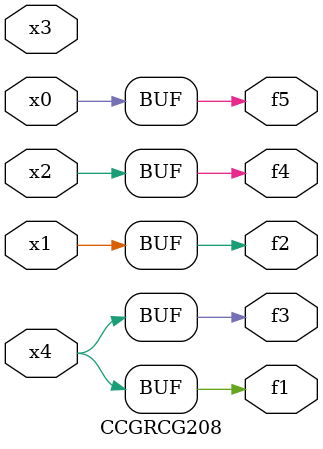
<source format=v>
module CCGRCG208(
	input x0, x1, x2, x3, x4,
	output f1, f2, f3, f4, f5
);
	assign f1 = x4;
	assign f2 = x1;
	assign f3 = x4;
	assign f4 = x2;
	assign f5 = x0;
endmodule

</source>
